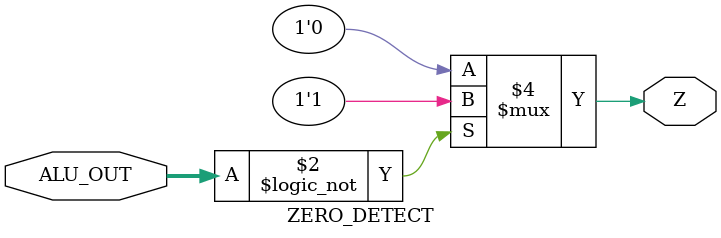
<source format=v>
`timescale 1ns / 1ps

module ZERO_DETECT(
    input [31:0]ALU_OUT,
    output reg Z
    );
    always @(*)
    begin
        if (ALU_OUT == 0)
            Z=1;
        else
            Z=0;
    end
endmodule

</source>
